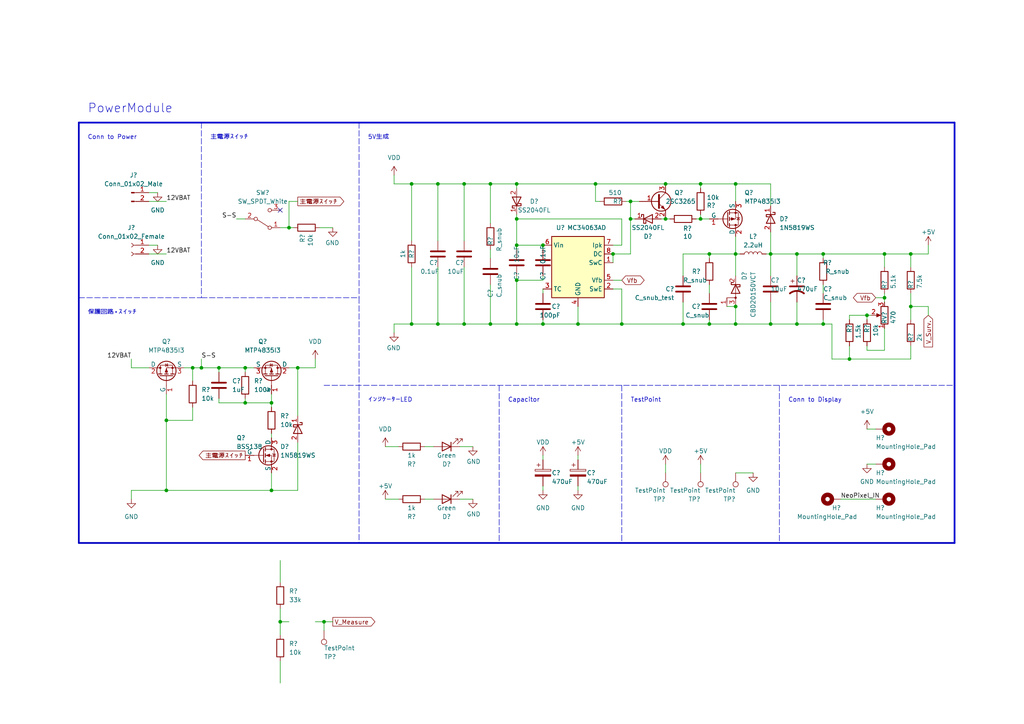
<source format=kicad_sch>
(kicad_sch (version 20211123) (generator eeschema)
  (paper "A4")
  (lib_symbols
    (symbol "Connector:Conn_01x02_Female" (pin_names (offset 1.016) hide)
      (property "Reference" "J" (at 0 2.54 0))
      (property "Value" "Conn_01x02_Female" (at 0 -5.08 0))
      (symbol "Conn_01x02_Female_1_1"
        (arc (start 0 -2.032) (mid -0.508 -2.54) (end 0 -3.048) (stroke (width 0.1524)))
        (polyline (pts (xy -1.27 -2.54) (xy -0.508 -2.54)) (stroke (width 0.1524)))
        (polyline (pts (xy -1.27 0) (xy -0.508 0)) (stroke (width 0.1524)))
        (arc (start 0 0.508) (mid -0.508 0) (end 0 -0.508) (stroke (width 0.1524)))
        (pin passive line (at -5.08 0 0) (length 3.81) (name "Pin_1") (number "1"))
        (pin passive line (at -5.08 -2.54 0) (length 3.81) (name "Pin_2") (number "2"))
      )
    )
    (symbol "Connector:Conn_01x02_Male" (pin_names (offset 1.016) hide)
      (property "Reference" "J" (at 0 2.54 0))
      (property "Value" "Conn_01x02_Male" (at 0 -5.08 0))
      (symbol "Conn_01x02_Male_1_1"
        (polyline (pts (xy 1.27 -2.54) (xy 0.8636 -2.54)) (stroke (width 0.1524)))
        (polyline (pts (xy 1.27 0) (xy 0.8636 0)) (stroke (width 0.1524)))
        (rectangle (start 0.8636 -2.413) (end 0 -2.667) (stroke (width 0.1524)) (fill (type outline)))
        (rectangle (start 0.8636 0.127) (end 0 -0.127) (stroke (width 0.1524)) (fill (type outline)))
        (pin passive line (at 5.08 0 180) (length 3.81) (name "Pin_1") (number "1"))
        (pin passive line (at 5.08 -2.54 180) (length 3.81) (name "Pin_2") (number "2"))
      )
    )
    (symbol "Connector:TestPoint" (pin_numbers hide) (pin_names (offset 0.762) hide)
      (property "Reference" "TP" (at 0 6.858 0))
      (property "Value" "TestPoint" (at 0 5.08 0))
      (symbol "TestPoint_0_1"
        (circle (center 0 3.302) (radius 0.762))
      )
      (symbol "TestPoint_1_1"
        (pin passive line (at 0 0 90) (length 2.54) (name "1") (number "1"))
      )
    )
    (symbol "D_Schottky_1" (pin_names (offset 1.016) hide)
      (property "Reference" "D" (at 0 2.54 0))
      (property "Value" "D_Schottky_1" (at 0 -2.54 0))
      (symbol "D_Schottky_1_0_1"
        (polyline (pts (xy 1.27 0) (xy -1.27 0)))
        (polyline (pts (xy 1.27 1.27) (xy 1.27 -1.27) (xy -1.27 0) (xy 1.27 1.27)) (stroke (width 0.254)))
        (polyline (pts (xy -1.905 0.635) (xy -1.905 1.27) (xy -1.27 1.27) (xy -1.27 -1.27) (xy -0.635 -1.27) (xy -0.635 -0.635)) (stroke (width 0.254)))
      )
      (symbol "D_Schottky_1_1_1"
        (pin passive line (at -3.81 0 0) (length 2.54) (name "K") (number "1"))
        (pin passive line (at 3.81 0 180) (length 2.54) (name "A") (number "2"))
      )
    )
    (symbol "Device:C" (pin_numbers hide) (pin_names (offset 0.254))
      (property "Reference" "C" (at 0.635 2.54 0))
      (property "Value" "C" (at 0.635 -2.54 0))
      (symbol "C_0_1"
        (polyline (pts (xy -2.032 -0.762) (xy 2.032 -0.762)) (stroke (width 0.508)))
        (polyline (pts (xy -2.032 0.762) (xy 2.032 0.762)) (stroke (width 0.508)))
      )
      (symbol "C_1_1"
        (pin passive line (at 0 3.81 270) (length 2.794) (name "~") (number "1"))
        (pin passive line (at 0 -3.81 90) (length 2.794) (name "~") (number "2"))
      )
    )
    (symbol "Device:C_Polarized" (pin_numbers hide) (pin_names (offset 0.254))
      (property "Reference" "C" (at 0.635 2.54 0))
      (property "Value" "C_Polarized" (at 0.635 -2.54 0))
      (symbol "C_Polarized_0_1"
        (rectangle (start -2.286 0.508) (end 2.286 1.016))
        (polyline (pts (xy -1.778 2.286) (xy -0.762 2.286)))
        (polyline (pts (xy -1.27 2.794) (xy -1.27 1.778)))
        (rectangle (start 2.286 -0.508) (end -2.286 -1.016) (fill (type outline)))
      )
      (symbol "C_Polarized_1_1"
        (pin passive line (at 0 3.81 270) (length 2.794) (name "~") (number "1"))
        (pin passive line (at 0 -3.81 90) (length 2.794) (name "~") (number "2"))
      )
    )
    (symbol "Device:C_Polarized_US" (pin_numbers hide) (pin_names (offset 0.254) hide)
      (property "Reference" "C" (at 0.635 2.54 0))
      (property "Value" "C_Polarized_US" (at 0.635 -2.54 0))
      (symbol "C_Polarized_US_0_1"
        (polyline (pts (xy -2.032 0.762) (xy 2.032 0.762)) (stroke (width 0.508)))
        (polyline (pts (xy -1.778 2.286) (xy -0.762 2.286)))
        (polyline (pts (xy -1.27 1.778) (xy -1.27 2.794)))
        (arc (start 2.032 -1.27) (mid 0 -0.5572) (end -2.032 -1.27) (stroke (width 0.508)))
      )
      (symbol "C_Polarized_US_1_1"
        (pin passive line (at 0 3.81 270) (length 2.794) (name "~") (number "1"))
        (pin passive line (at 0 -3.81 90) (length 3.302) (name "~") (number "2"))
      )
    )
    (symbol "Device:D_Schottky" (pin_names (offset 1.016) hide)
      (property "Reference" "D" (at 0 2.54 0))
      (property "Value" "D_Schottky" (at 0 -2.54 0))
      (symbol "D_Schottky_0_1"
        (polyline (pts (xy 1.27 0) (xy -1.27 0)))
        (polyline (pts (xy 1.27 1.27) (xy 1.27 -1.27) (xy -1.27 0) (xy 1.27 1.27)) (stroke (width 0.254)))
        (polyline (pts (xy -1.905 0.635) (xy -1.905 1.27) (xy -1.27 1.27) (xy -1.27 -1.27) (xy -0.635 -1.27) (xy -0.635 -0.635)) (stroke (width 0.254)))
      )
      (symbol "D_Schottky_1_1"
        (pin passive line (at -3.81 0 0) (length 2.54) (name "K") (number "1"))
        (pin passive line (at 3.81 0 180) (length 2.54) (name "A") (number "2"))
      )
    )
    (symbol "Device:D_Schottky_AKA" (pin_names (offset 0) hide)
      (property "Reference" "D" (at 0 2.54 0))
      (property "Value" "D_Schottky_AKA" (at 0 -2.54 0))
      (symbol "D_Schottky_AKA_0_1"
        (polyline (pts (xy 1.27 1.27) (xy 1.27 -1.27) (xy -1.27 0) (xy 1.27 1.27)) (stroke (width 0.254)))
        (polyline (pts (xy 3.81 2.54) (xy 2.54 2.54) (xy 2.54 0) (xy -1.27 0)))
        (polyline (pts (xy -1.905 0.635) (xy -1.905 1.27) (xy -1.27 1.27) (xy -1.27 -1.27) (xy -0.635 -1.27) (xy -0.635 -0.635)) (stroke (width 0.254)))
        (circle (center 2.54 0) (radius 0.254) (fill (type outline)))
      )
      (symbol "D_Schottky_AKA_1_1"
        (pin input line (at 5.08 2.54 180) (length 2.54) (name "A") (number "1"))
        (pin passive line (at -3.81 0 0) (length 2.54) (name "K") (number "2"))
        (pin passive line (at 5.08 0 180) (length 2.54) (name "A") (number "3"))
      )
    )
    (symbol "Device:L" (pin_numbers hide) (pin_names (offset 1.016) hide)
      (property "Reference" "L" (at -1.27 0 90))
      (property "Value" "L" (at 1.905 0 90))
      (symbol "L_0_1"
        (arc (start 0 -2.54) (mid 0.635 -1.905) (end 0 -1.27))
        (arc (start 0 -1.27) (mid 0.635 -0.635) (end 0 0))
        (arc (start 0 0) (mid 0.635 0.635) (end 0 1.27))
        (arc (start 0 1.27) (mid 0.635 1.905) (end 0 2.54))
      )
      (symbol "L_1_1"
        (pin passive line (at 0 3.81 270) (length 1.27) (name "1") (number "1"))
        (pin passive line (at 0 -3.81 90) (length 1.27) (name "2") (number "2"))
      )
    )
    (symbol "Device:LED" (pin_numbers hide) (pin_names (offset 1.016) hide)
      (property "Reference" "D" (at 0 2.54 0))
      (property "Value" "LED" (at 0 -2.54 0))
      (symbol "LED_0_1"
        (polyline (pts (xy -1.27 -1.27) (xy -1.27 1.27)) (stroke (width 0.254)))
        (polyline (pts (xy -1.27 0) (xy 1.27 0)))
        (polyline (pts (xy 1.27 -1.27) (xy 1.27 1.27) (xy -1.27 0) (xy 1.27 -1.27)) (stroke (width 0.254)))
        (polyline (pts (xy -3.048 -0.762) (xy -4.572 -2.286) (xy -3.81 -2.286) (xy -4.572 -2.286) (xy -4.572 -1.524)))
        (polyline (pts (xy -1.778 -0.762) (xy -3.302 -2.286) (xy -2.54 -2.286) (xy -3.302 -2.286) (xy -3.302 -1.524)))
      )
      (symbol "LED_1_1"
        (pin passive line (at -3.81 0 0) (length 2.54) (name "K") (number "1"))
        (pin passive line (at 3.81 0 180) (length 2.54) (name "A") (number "2"))
      )
    )
    (symbol "Device:Q_NPN_BEC" (pin_names (offset 0) hide)
      (property "Reference" "Q" (at 5.08 1.27 0))
      (property "Value" "Q_NPN_BEC" (at 5.08 -1.27 0))
      (symbol "Q_NPN_BEC_0_1"
        (polyline (pts (xy 0.635 0.635) (xy 2.54 2.54)))
        (polyline (pts (xy 0.635 -0.635) (xy 2.54 -2.54) (xy 2.54 -2.54)))
        (polyline (pts (xy 0.635 1.905) (xy 0.635 -1.905) (xy 0.635 -1.905)) (stroke (width 0.508)))
        (polyline (pts (xy 1.27 -1.778) (xy 1.778 -1.27) (xy 2.286 -2.286) (xy 1.27 -1.778) (xy 1.27 -1.778)) (fill (type outline)))
        (circle (center 1.27 0) (radius 2.8194) (stroke (width 0.254)))
      )
      (symbol "Q_NPN_BEC_1_1"
        (pin input line (at -5.08 0 0) (length 5.715) (name "B") (number "1"))
        (pin passive line (at 2.54 -5.08 90) (length 2.54) (name "E") (number "2"))
        (pin passive line (at 2.54 5.08 270) (length 2.54) (name "C") (number "3"))
      )
    )
    (symbol "Device:Q_PMOS_GDS" (pin_names (offset 0))
      (property "Reference" "Q" (at 5.08 1.27 0))
      (property "Value" "Q_PMOS_GDS" (at 5.08 -1.27 0))
      (symbol "Q_PMOS_GDS_0_1"
        (polyline (pts (xy 0.254 0) (xy -2.54 0)))
        (polyline (pts (xy 0.254 1.905) (xy 0.254 -1.905)) (stroke (width 0.254)))
        (polyline (pts (xy 0.762 -1.27) (xy 0.762 -2.286)) (stroke (width 0.254)))
        (polyline (pts (xy 0.762 0.508) (xy 0.762 -0.508)) (stroke (width 0.254)))
        (polyline (pts (xy 0.762 2.286) (xy 0.762 1.27)) (stroke (width 0.254)))
        (polyline (pts (xy 2.54 2.54) (xy 2.54 1.778)))
        (polyline (pts (xy 2.54 -2.54) (xy 2.54 0) (xy 0.762 0)))
        (polyline (pts (xy 0.762 1.778) (xy 3.302 1.778) (xy 3.302 -1.778) (xy 0.762 -1.778)))
        (polyline (pts (xy 2.286 0) (xy 1.27 0.381) (xy 1.27 -0.381) (xy 2.286 0)) (fill (type outline)))
        (polyline (pts (xy 2.794 -0.508) (xy 2.921 -0.381) (xy 3.683 -0.381) (xy 3.81 -0.254)))
        (polyline (pts (xy 3.302 -0.381) (xy 2.921 0.254) (xy 3.683 0.254) (xy 3.302 -0.381)))
        (circle (center 1.651 0) (radius 2.794) (stroke (width 0.254)))
        (circle (center 2.54 -1.778) (radius 0.254) (fill (type outline)))
        (circle (center 2.54 1.778) (radius 0.254) (fill (type outline)))
      )
      (symbol "Q_PMOS_GDS_1_1"
        (pin input line (at -5.08 0 0) (length 2.54) (name "G") (number "1"))
        (pin passive line (at 2.54 5.08 270) (length 2.54) (name "D") (number "2"))
        (pin passive line (at 2.54 -5.08 90) (length 2.54) (name "S") (number "3"))
      )
    )
    (symbol "Device:R" (pin_numbers hide) (pin_names (offset 0))
      (property "Reference" "R" (at 2.032 0 90))
      (property "Value" "R" (at 0 0 90))
      (symbol "R_0_1"
        (rectangle (start -1.016 -2.54) (end 1.016 2.54) (stroke (width 0.254)))
      )
      (symbol "R_1_1"
        (pin passive line (at 0 3.81 270) (length 1.27) (name "~") (number "1"))
        (pin passive line (at 0 -3.81 90) (length 1.27) (name "~") (number "2"))
      )
    )
    (symbol "Device:R_Potentiometer" (pin_names (offset 1.016) hide)
      (property "Reference" "RV" (at -4.445 0 90))
      (property "Value" "R_Potentiometer" (at -2.54 0 90))
      (symbol "R_Potentiometer_0_1"
        (polyline (pts (xy 2.54 0) (xy 1.524 0)))
        (polyline (pts (xy 1.143 0) (xy 2.286 0.508) (xy 2.286 -0.508) (xy 1.143 0)) (fill (type outline)))
        (rectangle (start 1.016 2.54) (end -1.016 -2.54) (stroke (width 0.254)))
      )
      (symbol "R_Potentiometer_1_1"
        (pin passive line (at 0 3.81 270) (length 1.27) (name "1") (number "1"))
        (pin passive line (at 3.81 0 180) (length 1.27) (name "2") (number "2"))
        (pin passive line (at 0 -3.81 90) (length 1.27) (name "3") (number "3"))
      )
    )
    (symbol "Mechanical:MountingHole_Pad" (pin_numbers hide) (pin_names (offset 1.016) hide)
      (property "Reference" "H" (at 0 6.35 0))
      (property "Value" "MountingHole_Pad" (at 0 4.445 0))
      (symbol "MountingHole_Pad_0_1"
        (circle (center 0 1.27) (radius 1.27) (stroke (width 1.27)))
      )
      (symbol "MountingHole_Pad_1_1"
        (pin input line (at 0 -2.54 90) (length 2.54) (name "1") (number "1"))
      )
    )
    (symbol "Q_NMOS_GSD_1" (pin_names (offset 0))
      (property "Reference" "Q" (at 5.08 1.27 0))
      (property "Value" "Q_NMOS_GSD_1" (at 5.08 -1.27 0))
      (symbol "Q_NMOS_GSD_1_0_1"
        (polyline (pts (xy 0.254 0) (xy -2.54 0)))
        (polyline (pts (xy 0.254 1.905) (xy 0.254 -1.905)) (stroke (width 0.254)))
        (polyline (pts (xy 0.762 -1.27) (xy 0.762 -2.286)) (stroke (width 0.254)))
        (polyline (pts (xy 0.762 0.508) (xy 0.762 -0.508)) (stroke (width 0.254)))
        (polyline (pts (xy 0.762 2.286) (xy 0.762 1.27)) (stroke (width 0.254)))
        (polyline (pts (xy 2.54 2.54) (xy 2.54 1.778)))
        (polyline (pts (xy 2.54 -2.54) (xy 2.54 0) (xy 0.762 0)))
        (polyline (pts (xy 0.762 -1.778) (xy 3.302 -1.778) (xy 3.302 1.778) (xy 0.762 1.778)))
        (polyline (pts (xy 1.016 0) (xy 2.032 0.381) (xy 2.032 -0.381) (xy 1.016 0)) (fill (type outline)))
        (polyline (pts (xy 2.794 0.508) (xy 2.921 0.381) (xy 3.683 0.381) (xy 3.81 0.254)))
        (polyline (pts (xy 3.302 0.381) (xy 2.921 -0.254) (xy 3.683 -0.254) (xy 3.302 0.381)))
        (circle (center 1.651 0) (radius 2.794) (stroke (width 0.254)))
        (circle (center 2.54 -1.778) (radius 0.254) (fill (type outline)))
        (circle (center 2.54 1.778) (radius 0.254) (fill (type outline)))
      )
      (symbol "Q_NMOS_GSD_1_1_1"
        (pin input line (at -5.08 0 0) (length 2.54) (name "G") (number "1"))
        (pin passive line (at 2.54 -5.08 90) (length 2.54) (name "S") (number "2"))
        (pin passive line (at 2.54 5.08 270) (length 2.54) (name "D") (number "3"))
      )
    )
    (symbol "Regulator_Switching:MC34063AD"
      (property "Reference" "U1" (at 0 12.7 0))
      (property "Value" "MC34063AD" (at 0 10.16 0))
      (symbol "MC34063AD_0_1"
        (rectangle (start -7.62 7.62) (end 7.62 -10.16) (stroke (width 0.254)) (fill (type background)))
      )
      (symbol "MC34063AD_1_1"
        (pin open_collector line (at 10.16 0 180) (length 2.54) (name "SwC") (number "1"))
        (pin open_emitter line (at 10.16 -7.62 180) (length 2.54) (name "SwE") (number "2"))
        (pin passive line (at -10.16 -7.62 0) (length 2.54) (name "TC") (number "3"))
        (pin power_in line (at 0 -12.7 90) (length 2.54) (name "GND") (number "4"))
        (pin input line (at 10.16 -5.08 180) (length 2.54) (name "Vfb") (number "5"))
        (pin power_in line (at -10.16 5.08 0) (length 2.54) (name "Vin") (number "6"))
        (pin input line (at 10.16 5.08 180) (length 2.54) (name "Ipk") (number "7"))
        (pin open_collector line (at 10.16 2.54 180) (length 2.54) (name "DC") (number "8"))
      )
    )
    (symbol "Switch:SW_SPDT" (pin_names (offset 0) hide)
      (property "Reference" "SW" (at 0 4.318 0))
      (property "Value" "SW_SPDT" (at 0 -5.08 0))
      (symbol "SW_SPDT_0_0"
        (circle (center -2.032 0) (radius 0.508))
        (circle (center 2.032 -2.54) (radius 0.508))
      )
      (symbol "SW_SPDT_0_1"
        (polyline (pts (xy -1.524 0.254) (xy 1.651 2.286)))
        (circle (center 2.032 2.54) (radius 0.508))
      )
      (symbol "SW_SPDT_1_1"
        (pin passive line (at 5.08 2.54 180) (length 2.54) (name "A") (number "1"))
        (pin passive line (at -5.08 0 0) (length 2.54) (name "B") (number "2"))
        (pin passive line (at 5.08 -2.54 180) (length 2.54) (name "C") (number "3"))
      )
    )
    (symbol "power:+5V" (power) (pin_names (offset 0))
      (property "Value" "+5V" (at 0 3.556 0))
      (symbol "+5V_0_1"
        (polyline (pts (xy -0.762 1.27) (xy 0 2.54)))
        (polyline (pts (xy 0 0) (xy 0 2.54)))
        (polyline (pts (xy 0 2.54) (xy 0.762 1.27)))
      )
      (symbol "+5V_1_1"
        (pin power_in line (at 0 0 90) (length 0) hide (name "+5V") (number "1"))
      )
    )
    (symbol "power:GND" (power) (pin_names (offset 0))
      (property "Value" "GND" (at 0 -3.81 0))
      (symbol "GND_0_1"
        (polyline (pts (xy 0 0) (xy 0 -1.27) (xy 1.27 -1.27) (xy 0 -2.54) (xy -1.27 -1.27) (xy 0 -1.27)))
      )
      (symbol "GND_1_1"
        (pin power_in line (at 0 0 270) (length 0) hide (name "GND") (number "1"))
      )
    )
    (symbol "power:VDD" (power) (pin_names (offset 0))
      (property "Value" "VDD" (at 0 3.81 0))
      (symbol "VDD_0_1"
        (polyline (pts (xy -0.762 1.27) (xy 0 2.54)))
        (polyline (pts (xy 0 0) (xy 0 2.54)))
        (polyline (pts (xy 0 2.54) (xy 0.762 1.27)))
      )
      (symbol "VDD_1_1"
        (pin power_in line (at 0 0 90) (length 0) hide (name "VDD") (number "1"))
      )
    )
  )
  (junction (at 180.34 93.98))
  (junction (at 223.52 93.98))
  (junction (at 264.16 73.66))
  (junction (at 149.86 71.12))
  (junction (at 127 53.34))
  (junction (at 78.74 142.24))
  (junction (at 93.98 180.34))
  (junction (at 142.24 53.34))
  (junction (at 231.14 93.98))
  (junction (at 205.74 73.66))
  (junction (at 203.2 53.34))
  (junction (at 198.12 93.98))
  (junction (at 256.54 73.66))
  (junction (at 149.86 63.5))
  (junction (at 149.86 53.34))
  (junction (at 246.38 104.14))
  (junction (at 149.86 81.28))
  (junction (at 157.48 93.98))
  (junction (at 213.36 93.98))
  (junction (at 256.54 86.36))
  (junction (at 134.62 93.98))
  (junction (at 78.74 116.84))
  (junction (at 238.76 73.66))
  (junction (at 177.8 73.66))
  (junction (at 55.88 106.68))
  (junction (at 182.88 63.5))
  (junction (at 71.12 116.84))
  (junction (at 142.24 93.98))
  (junction (at 149.86 93.98))
  (junction (at 119.38 93.98))
  (junction (at 83.82 66.04))
  (junction (at 63.5 106.68))
  (junction (at 71.12 106.68))
  (junction (at 48.26 121.92))
  (junction (at 264.16 88.9))
  (junction (at 86.36 106.68))
  (junction (at 223.52 73.66))
  (junction (at 58.42 106.68))
  (junction (at 193.04 53.34))
  (junction (at 81.28 180.34))
  (junction (at 251.46 91.44))
  (junction (at 48.26 142.24))
  (junction (at 205.74 93.98))
  (junction (at 167.64 93.98))
  (junction (at 213.36 88.9))
  (junction (at 193.04 63.5))
  (junction (at 213.36 73.66))
  (junction (at 213.36 53.34))
  (junction (at 134.62 53.34))
  (junction (at 157.48 71.12))
  (junction (at 172.72 53.34))
  (junction (at 182.88 58.42))
  (junction (at 203.2 63.5))
  (junction (at 119.38 53.34))
  (junction (at 231.14 73.66))
  (junction (at 127 93.98))
  (junction (at 238.76 93.98))
  (no_connect (at 81.28 60.96))
  (wire (pts (xy 264.16 85.09) (xy 264.16 88.9)))
  (wire (pts (xy 111.76 144.78) (xy 115.57 144.78)))
  (wire (pts (xy 55.88 106.68) (xy 55.88 110.49)))
  (wire (pts (xy 127 53.34) (xy 127 69.85)))
  (wire (pts (xy 264.16 100.33) (xy 264.16 104.14)))
  (wire (pts (xy 251.46 101.6) (xy 251.46 100.33)))
  (wire (pts (xy 205.74 73.66) (xy 213.36 73.66)))
  (wire (pts (xy 167.64 132.08) (xy 167.64 133.35)))
  (wire (pts (xy 78.74 137.16) (xy 78.74 142.24)))
  (wire (pts (xy 149.86 53.34) (xy 172.72 53.34)))
  (wire (pts (xy 203.2 134.62) (xy 203.2 137.16)))
  (wire (pts (xy 251.46 91.44) (xy 252.73 91.44)))
  (wire (pts (xy 149.86 71.12) (xy 157.48 71.12)))
  (wire (pts (xy 123.19 129.54) (xy 125.73 129.54)))
  (wire (pts (xy 205.74 82.55) (xy 205.74 85.09)))
  (wire (pts (xy 177.8 81.28) (xy 180.34 81.28)))
  (wire (pts (xy 223.52 73.66) (xy 223.52 80.01)))
  (wire (pts (xy 43.18 55.88) (xy 45.72 55.88)))
  (wire (pts (xy 48.26 121.92) (xy 48.26 142.24)))
  (wire (pts (xy 238.76 74.93) (xy 238.76 73.66)))
  (wire (pts (xy 114.3 53.34) (xy 119.38 53.34)))
  (wire (pts (xy 203.2 53.34) (xy 203.2 54.61)))
  (wire (pts (xy 251.46 91.44) (xy 251.46 92.71)))
  (wire (pts (xy 119.38 53.34) (xy 127 53.34)))
  (wire (pts (xy 63.5 116.84) (xy 71.12 116.84)))
  (wire (pts (xy 198.12 87.63) (xy 198.12 93.98)))
  (wire (pts (xy 142.24 82.55) (xy 142.24 93.98)))
  (wire (pts (xy 256.54 73.66) (xy 264.16 73.66)))
  (polyline (pts (xy 104.14 35.56) (xy 104.14 86.36)))
  (wire (pts (xy 243.84 144.78) (xy 254 144.78)))
  (wire (pts (xy 55.88 106.68) (xy 58.42 106.68)))
  (wire (pts (xy 223.52 53.34) (xy 213.36 53.34)))
  (wire (pts (xy 119.38 93.98) (xy 127 93.98)))
  (wire (pts (xy 157.48 140.97) (xy 157.48 142.24)))
  (wire (pts (xy 246.38 91.44) (xy 251.46 91.44)))
  (wire (pts (xy 246.38 104.14) (xy 241.3 104.14)))
  (wire (pts (xy 71.12 115.57) (xy 71.12 116.84)))
  (wire (pts (xy 210.82 88.9) (xy 213.36 88.9)))
  (wire (pts (xy 157.48 132.08) (xy 157.48 133.35)))
  (wire (pts (xy 55.88 121.92) (xy 48.26 121.92)))
  (wire (pts (xy 251.46 134.62) (xy 254 134.62)))
  (wire (pts (xy 127 53.34) (xy 134.62 53.34)))
  (wire (pts (xy 251.46 124.46) (xy 254 124.46)))
  (wire (pts (xy 43.18 73.66) (xy 48.26 73.66)))
  (wire (pts (xy 78.74 125.73) (xy 78.74 127)))
  (wire (pts (xy 205.74 92.71) (xy 205.74 93.98)))
  (polyline (pts (xy 22.86 86.36) (xy 58.42 86.36)))
  (wire (pts (xy 157.48 72.39) (xy 157.48 71.12)))
  (wire (pts (xy 231.14 73.66) (xy 231.14 80.01)))
  (wire (pts (xy 193.04 63.5) (xy 194.31 63.5)))
  (wire (pts (xy 213.36 93.98) (xy 213.36 88.9)))
  (wire (pts (xy 223.52 59.69) (xy 223.52 53.34)))
  (wire (pts (xy 213.36 93.98) (xy 223.52 93.98)))
  (wire (pts (xy 58.42 104.14) (xy 58.42 106.68)))
  (wire (pts (xy 238.76 93.98) (xy 241.3 93.98)))
  (polyline (pts (xy 226.06 111.76) (xy 226.06 157.48)))
  (wire (pts (xy 172.72 53.34) (xy 172.72 58.42)))
  (wire (pts (xy 78.74 142.24) (xy 86.36 142.24)))
  (wire (pts (xy 149.86 63.5) (xy 180.34 63.5)))
  (wire (pts (xy 205.74 74.93) (xy 205.74 73.66)))
  (wire (pts (xy 172.72 53.34) (xy 193.04 53.34)))
  (wire (pts (xy 83.82 66.04) (xy 85.09 66.04)))
  (polyline (pts (xy 58.42 35.56) (xy 58.42 86.36)))
  (wire (pts (xy 142.24 93.98) (xy 149.86 93.98)))
  (wire (pts (xy 71.12 106.68) (xy 73.66 106.68)))
  (wire (pts (xy 55.88 118.11) (xy 55.88 121.92)))
  (wire (pts (xy 246.38 100.33) (xy 246.38 104.14)))
  (wire (pts (xy 133.35 129.54) (xy 137.16 129.54)))
  (wire (pts (xy 201.93 63.5) (xy 203.2 63.5)))
  (wire (pts (xy 269.24 71.12) (xy 269.24 73.66)))
  (polyline (pts (xy 276.86 157.48) (xy 22.86 157.48)) (stroke (width 0.5) (type solid)))
  (wire (pts (xy 213.36 53.34) (xy 213.36 58.42)))
  (wire (pts (xy 86.36 106.68) (xy 86.36 120.65)))
  (wire (pts (xy 134.62 53.34) (xy 142.24 53.34)))
  (wire (pts (xy 231.14 73.66) (xy 238.76 73.66)))
  (polyline (pts (xy 22.86 157.48) (xy 22.86 35.56)) (stroke (width 0.5) (type solid)))
  (wire (pts (xy 223.52 93.98) (xy 231.14 93.98)))
  (wire (pts (xy 58.42 106.68) (xy 63.5 106.68)))
  (wire (pts (xy 157.48 80.01) (xy 157.48 81.28)))
  (wire (pts (xy 180.34 83.82) (xy 180.34 93.98)))
  (wire (pts (xy 93.98 180.34) (xy 96.52 180.34)))
  (wire (pts (xy 43.18 71.12) (xy 45.72 71.12)))
  (wire (pts (xy 149.86 81.28) (xy 157.48 81.28)))
  (wire (pts (xy 111.76 129.54) (xy 115.57 129.54)))
  (wire (pts (xy 222.25 73.66) (xy 223.52 73.66)))
  (wire (pts (xy 167.64 88.9) (xy 167.64 93.98)))
  (wire (pts (xy 114.3 93.98) (xy 119.38 93.98)))
  (wire (pts (xy 238.76 73.66) (xy 256.54 73.66)))
  (wire (pts (xy 256.54 101.6) (xy 251.46 101.6)))
  (wire (pts (xy 86.36 128.27) (xy 86.36 142.24)))
  (polyline (pts (xy 180.34 111.76) (xy 180.34 157.48)))
  (wire (pts (xy 182.88 58.42) (xy 182.88 63.5)))
  (wire (pts (xy 123.19 144.78) (xy 125.73 144.78)))
  (wire (pts (xy 157.48 93.98) (xy 167.64 93.98)))
  (wire (pts (xy 182.88 58.42) (xy 185.42 58.42)))
  (wire (pts (xy 167.64 140.97) (xy 167.64 142.24)))
  (wire (pts (xy 81.28 66.04) (xy 83.82 66.04)))
  (wire (pts (xy 149.86 71.12) (xy 149.86 72.39)))
  (wire (pts (xy 149.86 62.23) (xy 149.86 63.5)))
  (wire (pts (xy 78.74 116.84) (xy 78.74 118.11)))
  (wire (pts (xy 142.24 53.34) (xy 142.24 64.77)))
  (wire (pts (xy 149.86 53.34) (xy 149.86 54.61)))
  (wire (pts (xy 93.98 182.88) (xy 93.98 180.34)))
  (polyline (pts (xy 93.98 111.76) (xy 276.86 111.76)))
  (wire (pts (xy 48.26 142.24) (xy 38.1 142.24)))
  (wire (pts (xy 86.36 58.42) (xy 83.82 58.42)))
  (wire (pts (xy 205.74 63.5) (xy 203.2 63.5)))
  (wire (pts (xy 142.24 53.34) (xy 149.86 53.34)))
  (polyline (pts (xy 276.86 35.56) (xy 276.86 157.48)) (stroke (width 0.5) (type solid)))
  (wire (pts (xy 177.8 76.2) (xy 177.8 73.66)))
  (wire (pts (xy 193.04 134.62) (xy 193.04 137.16)))
  (wire (pts (xy 81.28 191.77) (xy 81.28 198.12)))
  (wire (pts (xy 63.5 106.68) (xy 71.12 106.68)))
  (wire (pts (xy 213.36 137.16) (xy 218.44 137.16)))
  (wire (pts (xy 149.86 81.28) (xy 149.86 80.01)))
  (polyline (pts (xy 58.42 86.36) (xy 104.14 86.36)))
  (wire (pts (xy 149.86 63.5) (xy 149.86 71.12)))
  (wire (pts (xy 205.74 93.98) (xy 213.36 93.98)))
  (wire (pts (xy 134.62 53.34) (xy 134.62 69.85)))
  (wire (pts (xy 264.16 104.14) (xy 246.38 104.14)))
  (wire (pts (xy 78.74 114.3) (xy 78.74 116.84)))
  (wire (pts (xy 114.3 93.98) (xy 114.3 96.52)))
  (wire (pts (xy 264.16 88.9) (xy 269.24 88.9)))
  (wire (pts (xy 127 77.47) (xy 127 93.98)))
  (wire (pts (xy 182.88 63.5) (xy 182.88 73.66)))
  (wire (pts (xy 264.16 88.9) (xy 264.16 92.71)))
  (wire (pts (xy 133.35 144.78) (xy 137.16 144.78)))
  (wire (pts (xy 198.12 80.01) (xy 198.12 73.66)))
  (wire (pts (xy 231.14 93.98) (xy 231.14 87.63)))
  (polyline (pts (xy 22.86 35.56) (xy 276.86 35.56)) (stroke (width 0.5) (type solid)))
  (wire (pts (xy 223.52 73.66) (xy 231.14 73.66)))
  (wire (pts (xy 269.24 88.9) (xy 269.24 91.44)))
  (wire (pts (xy 213.36 73.66) (xy 214.63 73.66)))
  (wire (pts (xy 38.1 104.14) (xy 38.1 106.68)))
  (wire (pts (xy 43.18 58.42) (xy 48.26 58.42)))
  (wire (pts (xy 48.26 114.3) (xy 48.26 121.92)))
  (wire (pts (xy 203.2 53.34) (xy 213.36 53.34)))
  (wire (pts (xy 182.88 63.5) (xy 184.15 63.5)))
  (wire (pts (xy 198.12 73.66) (xy 205.74 73.66)))
  (wire (pts (xy 149.86 81.28) (xy 149.86 93.98)))
  (wire (pts (xy 182.88 73.66) (xy 177.8 73.66)))
  (wire (pts (xy 149.86 93.98) (xy 157.48 93.98)))
  (wire (pts (xy 48.26 142.24) (xy 78.74 142.24)))
  (wire (pts (xy 119.38 77.47) (xy 119.38 93.98)))
  (wire (pts (xy 71.12 116.84) (xy 78.74 116.84)))
  (wire (pts (xy 157.48 83.82) (xy 157.48 85.09)))
  (wire (pts (xy 241.3 104.14) (xy 241.3 93.98)))
  (wire (pts (xy 264.16 73.66) (xy 269.24 73.66)))
  (wire (pts (xy 256.54 86.36) (xy 254 86.36)))
  (wire (pts (xy 119.38 53.34) (xy 119.38 69.85)))
  (wire (pts (xy 142.24 72.39) (xy 142.24 74.93)))
  (wire (pts (xy 38.1 142.24) (xy 38.1 144.78)))
  (wire (pts (xy 256.54 86.36) (xy 256.54 87.63)))
  (wire (pts (xy 134.62 77.47) (xy 134.62 93.98)))
  (wire (pts (xy 172.72 58.42) (xy 173.99 58.42)))
  (wire (pts (xy 256.54 95.25) (xy 256.54 101.6)))
  (wire (pts (xy 38.1 106.68) (xy 43.18 106.68)))
  (wire (pts (xy 114.3 50.8) (xy 114.3 53.34)))
  (polyline (pts (xy 144.78 111.76) (xy 144.78 157.48)))
  (wire (pts (xy 256.54 85.09) (xy 256.54 86.36)))
  (wire (pts (xy 127 93.98) (xy 134.62 93.98)))
  (wire (pts (xy 191.77 63.5) (xy 193.04 63.5)))
  (wire (pts (xy 134.62 93.98) (xy 142.24 93.98)))
  (wire (pts (xy 92.71 66.04) (xy 96.52 66.04)))
  (wire (pts (xy 86.36 106.68) (xy 91.44 106.68)))
  (wire (pts (xy 81.28 176.53) (xy 81.28 180.34)))
  (wire (pts (xy 68.58 63.5) (xy 71.12 63.5)))
  (wire (pts (xy 213.36 68.58) (xy 213.36 73.66)))
  (wire (pts (xy 53.34 106.68) (xy 55.88 106.68)))
  (wire (pts (xy 71.12 106.68) (xy 71.12 107.95)))
  (wire (pts (xy 238.76 92.71) (xy 238.76 93.98)))
  (wire (pts (xy 91.44 180.34) (xy 93.98 180.34)))
  (wire (pts (xy 264.16 73.66) (xy 264.16 77.47)))
  (wire (pts (xy 81.28 162.56) (xy 81.28 168.91)))
  (wire (pts (xy 83.82 106.68) (xy 86.36 106.68)))
  (wire (pts (xy 223.52 87.63) (xy 223.52 93.98)))
  (wire (pts (xy 231.14 93.98) (xy 238.76 93.98)))
  (wire (pts (xy 180.34 93.98) (xy 167.64 93.98)))
  (wire (pts (xy 157.48 92.71) (xy 157.48 93.98)))
  (wire (pts (xy 81.28 180.34) (xy 83.82 180.34)))
  (wire (pts (xy 181.61 58.42) (xy 182.88 58.42)))
  (wire (pts (xy 193.04 53.34) (xy 203.2 53.34)))
  (wire (pts (xy 203.2 62.23) (xy 203.2 63.5)))
  (wire (pts (xy 238.76 82.55) (xy 238.76 85.09)))
  (wire (pts (xy 198.12 93.98) (xy 205.74 93.98)))
  (wire (pts (xy 91.44 104.14) (xy 91.44 106.68)))
  (wire (pts (xy 180.34 71.12) (xy 180.34 63.5)))
  (wire (pts (xy 63.5 115.57) (xy 63.5 116.84)))
  (wire (pts (xy 246.38 91.44) (xy 246.38 92.71)))
  (polyline (pts (xy 104.14 86.36) (xy 104.14 157.48)))
  (wire (pts (xy 180.34 93.98) (xy 198.12 93.98)))
  (wire (pts (xy 180.34 71.12) (xy 177.8 71.12)))
  (wire (pts (xy 63.5 106.68) (xy 63.5 107.95)))
  (wire (pts (xy 83.82 58.42) (xy 83.82 66.04)))
  (wire (pts (xy 213.36 73.66) (xy 213.36 80.01)))
  (wire (pts (xy 223.52 67.31) (xy 223.52 73.66)))
  (wire (pts (xy 256.54 77.47) (xy 256.54 73.66)))
  (wire (pts (xy 81.28 180.34) (xy 81.28 184.15)))
  (wire (pts (xy 177.8 83.82) (xy 180.34 83.82)))
  (text "Capacitor" (at 147.32 116.84 0) (effects (font (size 1.27 1.27)) (justify left bottom)))
  (text "保護回路・スイッチ" (at 25.4 91.44 0) (effects (font (size 1.27 1.27)) (justify left bottom)))
  (text "5V生成" (at 106.68 40.64 0) (effects (font (size 1.27 1.27)) (justify left bottom)))
  (text "Conn to Display" (at 228.6 116.84 0) (effects (font (size 1.27 1.27)) (justify left bottom)))
  (text "主電源スイッチ" (at 60.96 40.64 0) (effects (font (size 1.27 1.27)) (justify left bottom)))
  (text "TestPoint" (at 182.88 116.84 0) (effects (font (size 1.27 1.27)) (justify left bottom)))
  (text "インジケーターLED" (at 106.68 116.84 0) (effects (font (size 1.27 1.27)) (justify left bottom)))
  (text "Conn to Power" (at 25.4 40.64 0) (effects (font (size 1.27 1.27)) (justify left bottom)))
  (text "PowerModule" (at 25.4 33.02 0) (effects (font (size 2.54 2.54)) (justify left bottom)))
  (label "12VBAT" (at 48.26 58.42 0))
  (label "S-S" (at 68.58 63.5 180))
  (label "12VBAT" (at 38.1 104.14 180))
  (label "S-S" (at 58.42 104.14 0))
  (label "12VBAT" (at 48.26 73.66 0))
  (label "NeoPixel_IN" (at 243.84 144.78 0))
  (global_label "主電源スイッチ" (shape output) (at 86.36 58.42 0) (property "Intersheet References" "${INTERSHEET_REFS}" (effects hide)))
  (global_label "Vfb" (shape bidirectional) (at 180.34 81.28 0) (property "Intersheet References" "${INTERSHEET_REFS}" (effects hide)))
  (global_label "Vfb" (shape bidirectional) (at 254 86.36 180) (property "Intersheet References" "${INTERSHEET_REFS}" (effects hide)))
  (global_label "V_Measure" (shape output) (at 96.52 180.34 0) (property "Intersheet References" "${INTERSHEET_REFS}" (effects hide)))
  (global_label "V_Surv." (shape input) (at 269.24 91.44 270) (property "Intersheet References" "${INTERSHEET_REFS}" (effects hide)))
  (global_label "主電源スイッチ" (shape output) (at 71.12 132.08 180) (property "Intersheet References" "${INTERSHEET_REFS}" (effects hide)))
  (symbol (lib_id "Regulator_Switching:MC34063AD") (at 167.64 76.2 0) (unit 1)
    (property "Reference" "U?" (at 162.56 66.04 0))
    (property "Value" "MC34063AD" (at 170.18 66.04 0))
    (property "Footprint" "Package_SO:SOIC-8_3.9x4.9mm_P1.27mm" (effects hide))
    (property "Datasheet" "http://www.onsemi.com/pub_link/Collateral/MC34063A-D.PDF" (effects hide))
  )
  (symbol (lib_id "Device:C_Polarized_US") (at 231.14 83.82 0) (unit 1)
    (property "Reference" "C?" (at 231.14 81.28 0) (effects (justify left)))
    (property "Value" "470uF" (at 231.14 83.82 0) (effects (justify left)))
    (property "Footprint" "Capacitor_THT:CP_Radial_D10.0mm_P2.50mm_P5.00mm" (effects hide))
  )
  (symbol (lib_id "power:GND") (at 137.16 144.78 0) (mirror y) (unit 1)
    (property "Reference" "#PWR?" (effects hide))
    (property "Value" "GND" (at 137.3505 149.1107 0))
  )
  (symbol (lib_id "Device:C") (at 149.86 76.2 0) (mirror y) (unit 1)
    (property "Reference" "C?" (at 149.86 81.28 90) (effects (justify left)))
    (property "Value" "10uF" (at 149.86 76.2 90) (effects (justify left)))
    (property "Footprint" "Capacitor_SMD:C_0805_2012Metric" (effects hide))
  )
  (symbol (lib_id "Device:R") (at 55.88 114.3 0) (unit 1)
    (property "Reference" "R?" (at 58.42 113.0299 0) (effects (justify left)))
    (property "Value" "10k" (at 58.42 115.5699 0) (effects (justify left)))
    (property "Footprint" "Resistor_SMD:R_0402_1005Metric" (effects hide))
  )
  (symbol (lib_id "Device:Q_PMOS_GDS") (at 210.82 63.5 0) (mirror x) (unit 1)
    (property "Reference" "Q?" (at 215.9 55.88 0) (effects (justify left)))
    (property "Value" "MTP4835I3" (at 215.9 58.42 0) (effects (justify left)))
    (property "Footprint" "Package_TO_SOT_SMD:TO-252-2" (effects hide))
  )
  (symbol (lib_id "power:VDD") (at 193.04 134.62 0) (unit 1)
    (property "Reference" "#PWR?" (effects hide))
    (property "Value" "VDD" (at 193.04 130.81 0))
  )
  (symbol (lib_id "Device:R") (at 119.38 129.54 270) (mirror x) (unit 1)
    (property "Reference" "R?" (at 119.38 134.62 90))
    (property "Value" "1k" (at 119.38 132.08 90))
    (property "Footprint" "Resistor_SMD:R_0402_1005Metric" (effects hide))
  )
  (symbol (lib_id "Device:R") (at 142.24 68.58 180) (unit 1)
    (property "Reference" "R?" (at 142.24 68.58 90) (effects (justify left)))
    (property "Value" "R_snub" (at 144.78 66.04 90) (effects (justify left)))
    (property "Footprint" "Resistor_SMD:R_0603_1608Metric" (effects hide))
  )
  (symbol (lib_id "Device:D_Schottky") (at 149.86 58.42 90) (unit 1)
    (property "Reference" "D?" (at 154.94 58.42 90))
    (property "Value" "SS2040FL" (at 154.94 60.96 90))
    (property "Footprint" "Diode_SMD:D_SOD-123" (effects hide))
  )
  (symbol (lib_id "power:GND") (at 137.16 129.54 0) (mirror y) (unit 1)
    (property "Reference" "#PWR?" (effects hide))
    (property "Value" "GND" (at 137.3505 133.8707 0))
  )
  (symbol (lib_id "power:GND") (at 45.72 55.88 0) (unit 1)
    (property "Reference" "#PWR?" (effects hide))
    (property "Value" "GND" (at 45.72 60.96 0))
  )
  (symbol (lib_id "Device:D_Schottky_AKA") (at 213.36 83.82 90) (mirror x) (unit 1)
    (property "Reference" "D?" (at 215.9 78.74 0) (effects (justify left)))
    (property "Value" "CBD20150VCT" (at 218.44 78.74 0) (effects (justify left)))
    (property "Footprint" "Package_TO_SOT_THT:TO-220-3_Horizontal_TabDown" (effects hide))
  )
  (symbol (lib_name "D_Schottky_1") (lib_id "Device:D_Schottky") (at 223.52 63.5 270) (unit 1)
    (property "Reference" "D?" (at 226.06 63.5 90) (effects (justify left)))
    (property "Value" "1N5819WS" (at 226.06 66.04 90) (effects (justify left)))
    (property "Footprint" "Diode_SMD:D_SOD-323_HandSoldering" (effects hide))
  )
  (symbol (lib_id "power:GND") (at 251.46 134.62 0) (unit 1)
    (property "Reference" "#PWR?" (effects hide))
    (property "Value" "GND" (at 251.46 139.7 0))
  )
  (symbol (lib_id "power:+5V") (at 203.2 134.62 0) (mirror y) (unit 1)
    (property "Reference" "#PWR?" (effects hide))
    (property "Value" "+5V" (at 203.2 130.81 0))
  )
  (symbol (lib_id "Device:LED") (at 129.54 129.54 180) (unit 1)
    (property "Reference" "D?" (at 129.54 134.62 0))
    (property "Value" "Green" (at 129.54 132.08 0))
    (property "Footprint" "LED_SMD:LED_0603_1608Metric_Pad1.05x0.95mm_HandSolder" (effects hide))
  )
  (symbol (lib_id "power:GND") (at 96.52 66.04 0) (mirror y) (unit 1)
    (property "Reference" "#PWR?" (effects hide))
    (property "Value" "GND" (at 96.393 70.4342 0))
  )
  (symbol (lib_id "power:GND") (at 167.64 142.24 0) (mirror y) (unit 1)
    (property "Reference" "#PWR?" (effects hide))
    (property "Value" "GND" (at 167.64 147.32 0))
  )
  (symbol (lib_id "Connector:Conn_01x02_Male") (at 38.1 55.88 0) (unit 1)
    (property "Reference" "J?" (at 38.735 50.8 0))
    (property "Value" "Conn_01x02_Male" (at 38.735 53.34 0))
    (property "Footprint" "Connector_AMASS:AMASS_XT30PW-M_1x02_P2.50mm_Horizontal" (effects hide))
  )
  (symbol (lib_id "Device:R") (at 119.38 73.66 0) (mirror y) (unit 1)
    (property "Reference" "R?" (at 119.38 73.66 90))
    (property "Value" "1k" (at 116.84 73.66 90))
    (property "Footprint" "Resistor_SMD:R_0402_1005Metric" (effects hide))
  )
  (symbol (lib_id "Device:R") (at 81.28 172.72 0) (unit 1)
    (property "Reference" "R?" (at 83.82 171.4499 0) (effects (justify left)))
    (property "Value" "33k" (at 83.82 173.9899 0) (effects (justify left)))
    (property "Footprint" "Resistor_SMD:R_0603_1608Metric" (effects hide))
  )
  (symbol (lib_id "Device:C") (at 127 73.66 0) (mirror x) (unit 1)
    (property "Reference" "C?" (at 124.46 76.2 0) (effects (justify left)))
    (property "Value" "0.1uF" (at 121.92 78.74 0) (effects (justify left)))
    (property "Footprint" "Capacitor_SMD:C_0402_1005Metric" (effects hide))
  )
  (symbol (lib_id "Device:C") (at 134.62 73.66 0) (mirror y) (unit 1)
    (property "Reference" "C?" (at 134.62 76.2 0) (effects (justify left)))
    (property "Value" "10uF" (at 134.62 78.74 0) (effects (justify left)))
    (property "Footprint" "Capacitor_SMD:C_0805_2012Metric" (effects hide))
  )
  (symbol (lib_id "Device:Q_PMOS_GDS") (at 48.26 109.22 90) (unit 1)
    (property "Reference" "Q?" (at 48.26 99.06 90))
    (property "Value" "MTP4835I3" (at 48.26 101.6 90))
    (property "Footprint" "Package_TO_SOT_SMD:TO-252-2" (effects hide))
  )
  (symbol (lib_id "power:VDD") (at 114.3 50.8 0) (unit 1)
    (property "Reference" "#PWR?" (effects hide))
    (property "Value" "VDD" (at 114.3 45.72 0))
  )
  (symbol (lib_id "power:GND") (at 218.44 137.16 0) (unit 1)
    (property "Reference" "#PWR?" (effects hide))
    (property "Value" "GND" (at 218.44 142.24 0))
  )
  (symbol (lib_id "Device:C") (at 63.5 111.76 0) (unit 1)
    (property "Reference" "C?" (at 67.31 110.4899 0) (effects (justify left)))
    (property "Value" "1uF" (at 67.31 113.0299 0) (effects (justify left)))
    (property "Footprint" "Capacitor_SMD:C_0402_1005Metric" (effects hide))
  )
  (symbol (lib_id "power:+5V") (at 111.76 144.78 0) (unit 1)
    (property "Reference" "#PWR?" (effects hide))
    (property "Value" "+5V" (at 111.76 140.97 0))
  )
  (symbol (lib_id "Connector:TestPoint") (at 213.36 137.16 180) (unit 1)
    (property "Reference" "TP?" (at 213.36 144.78 0) (effects (justify left)))
    (property "Value" "TestPoint" (at 213.36 142.24 0) (effects (justify left)))
    (property "Footprint" "TestPoint:TestPoint_THTPad_D2.0mm_Drill1.0mm" (effects hide))
  )
  (symbol (lib_id "Device:LED") (at 129.54 144.78 180) (unit 1)
    (property "Reference" "D?" (at 129.54 149.86 0))
    (property "Value" "Green" (at 129.54 147.32 0))
    (property "Footprint" "LED_SMD:LED_0603_1608Metric_Pad1.05x0.95mm_HandSolder" (effects hide))
  )
  (symbol (lib_id "Device:R") (at 251.46 96.52 0) (unit 1)
    (property "Reference" "R?" (at 251.46 93.98 90) (effects (justify right)))
    (property "Value" "10k" (at 254 93.98 90) (effects (justify right)))
    (property "Footprint" "Resistor_SMD:R_0402_1005Metric" (effects hide))
  )
  (symbol (lib_id "Device:C") (at 157.48 88.9 0) (mirror x) (unit 1)
    (property "Reference" "C?" (at 162.56 88.9 0) (effects (justify right)))
    (property "Value" "100pF" (at 162.56 91.44 0) (effects (justify right)))
    (property "Footprint" "Capacitor_SMD:C_0603_1608Metric" (effects hide))
  )
  (symbol (lib_id "Device:R") (at 246.38 96.52 180) (unit 1)
    (property "Reference" "R?" (at 246.38 93.98 90) (effects (justify left)))
    (property "Value" "1.5k" (at 248.92 93.98 90) (effects (justify left)))
    (property "Footprint" "Resistor_SMD:R_0603_1608Metric" (effects hide))
  )
  (symbol (lib_id "Device:R") (at 205.74 78.74 0) (mirror x) (unit 1)
    (property "Reference" "R?" (at 200.66 78.74 0) (effects (justify left)))
    (property "Value" "R_snub" (at 198.12 81.28 0) (effects (justify left)))
    (property "Footprint" "Resistor_SMD:R_0603_1608Metric" (effects hide))
  )
  (symbol (lib_name "Q_NMOS_GSD_1") (lib_id "Device:Q_NMOS_GSD") (at 76.2 132.08 0) (unit 1)
    (property "Reference" "Q?" (at 68.58 127 0) (effects (justify left)))
    (property "Value" "BSS138" (at 68.58 129.54 0) (effects (justify left)))
    (property "Footprint" "Package_TO_SOT_SMD:SOT-23" (effects hide))
  )
  (symbol (lib_id "Device:C_Polarized") (at 157.48 137.16 0) (unit 1)
    (property "Reference" "C?" (at 160.02 137.16 0) (effects (justify left)))
    (property "Value" "470uF" (at 160.02 139.7 0) (effects (justify left)))
    (property "Footprint" "Capacitor_SMD:C_Elec_8x10.2" (effects hide))
  )
  (symbol (lib_id "Device:D_Schottky") (at 187.96 63.5 0) (unit 1)
    (property "Reference" "D?" (at 187.96 68.58 0))
    (property "Value" "SS2040FL" (at 187.96 66.04 0))
    (property "Footprint" "Diode_SMD:D_SOD-123" (effects hide))
  )
  (symbol (lib_name "D_Schottky_1") (lib_id "Device:D_Schottky") (at 86.36 124.46 270) (unit 1)
    (property "Reference" "D?" (at 81.28 129.54 90) (effects (justify left)))
    (property "Value" "1N5819WS" (at 81.28 132.08 90) (effects (justify left)))
    (property "Footprint" "Diode_SMD:D_SOD-323_HandSoldering" (effects hide))
  )
  (symbol (lib_id "power:+5V") (at 167.64 132.08 0) (unit 1)
    (property "Reference" "#PWR?" (effects hide))
    (property "Value" "+5V" (at 167.64 128.27 0))
  )
  (symbol (lib_id "Device:R") (at 78.74 121.92 0) (unit 1)
    (property "Reference" "R?" (at 81.28 120.6499 0) (effects (justify left)))
    (property "Value" "10k" (at 81.28 123.1899 0) (effects (justify left)))
    (property "Footprint" "Resistor_SMD:R_0402_1005Metric" (effects hide))
  )
  (symbol (lib_id "Mechanical:MountingHole_Pad") (at 256.54 144.78 270) (unit 1)
    (property "Reference" "H?" (at 254 147.32 90) (effects (justify left)))
    (property "Value" "MountingHole_Pad" (at 254 149.86 90) (effects (justify left)))
    (property "Footprint" "TestPoint:TestPoint_THTPad_D3.0mm_Drill1.5mm" (effects hide))
  )
  (symbol (lib_id "Device:C") (at 142.24 78.74 180) (unit 1)
    (property "Reference" "C?" (at 142.24 86.36 90) (effects (justify right)))
    (property "Value" "C_snub" (at 144.78 86.36 90) (effects (justify right)))
    (property "Footprint" "Capacitor_SMD:C_0603_1608Metric" (effects hide))
  )
  (symbol (lib_id "power:GND") (at 38.1 144.78 0) (unit 1)
    (property "Reference" "#PWR?" (effects hide))
    (property "Value" "GND" (at 38.1 149.86 0))
  )
  (symbol (lib_id "Device:R") (at 264.16 81.28 180) (unit 1)
    (property "Reference" "R?" (at 264.16 83.82 90) (effects (justify right)))
    (property "Value" "7.5k" (at 266.7 83.82 90) (effects (justify right)))
    (property "Footprint" "Resistor_SMD:R_0603_1608Metric" (effects hide))
  )
  (symbol (lib_id "Device:R") (at 264.16 96.52 0) (mirror y) (unit 1)
    (property "Reference" "R?" (at 264.16 99.06 90) (effects (justify left)))
    (property "Value" "2k" (at 266.7 99.06 90) (effects (justify left)))
    (property "Footprint" "Resistor_SMD:R_0603_1608Metric" (effects hide))
  )
  (symbol (lib_id "power:VDD") (at 157.48 132.08 0) (unit 1)
    (property "Reference" "#PWR?" (effects hide))
    (property "Value" "VDD" (at 157.48 128.27 0))
  )
  (symbol (lib_id "Device:C_Polarized") (at 167.64 137.16 0) (unit 1)
    (property "Reference" "C?" (at 170.18 137.16 0) (effects (justify left)))
    (property "Value" "470uF" (at 170.18 139.7 0) (effects (justify left)))
    (property "Footprint" "Capacitor_SMD:C_Elec_8x10.2" (effects hide))
  )
  (symbol (lib_id "Connector:TestPoint") (at 93.98 182.88 0) (mirror x) (unit 1)
    (property "Reference" "TP?" (at 93.98 190.5 0) (effects (justify left)))
    (property "Value" "TestPoint" (at 93.98 187.96 0) (effects (justify left)))
    (property "Footprint" "TestPoint:TestPoint_THTPad_D2.0mm_Drill1.0mm" (effects hide))
  )
  (symbol (lib_id "Device:R") (at 177.8 58.42 90) (unit 1)
    (property "Reference" "R?" (at 180.34 58.42 90) (effects (justify left)))
    (property "Value" "510" (at 180.34 55.88 90) (effects (justify left)))
    (property "Footprint" "Resistor_SMD:R_0402_1005Metric" (effects hide))
  )
  (symbol (lib_id "Device:C") (at 223.52 83.82 0) (unit 1)
    (property "Reference" "C?" (at 223.52 81.28 0) (effects (justify left)))
    (property "Value" "10uF" (at 223.52 83.82 0) (effects (justify left)))
    (property "Footprint" "Capacitor_SMD:C_0805_2012Metric" (effects hide))
  )
  (symbol (lib_id "power:GND") (at 157.48 142.24 0) (mirror y) (unit 1)
    (property "Reference" "#PWR?" (effects hide))
    (property "Value" "GND" (at 157.48 147.32 0))
  )
  (symbol (lib_id "Device:C") (at 238.76 88.9 180) (unit 1)
    (property "Reference" "C?" (at 238.76 83.82 0) (effects (justify right)))
    (property "Value" "C_snub" (at 238.76 86.36 0) (effects (justify right)))
    (property "Footprint" "Capacitor_SMD:C_0603_1608Metric" (effects hide))
  )
  (symbol (lib_id "Device:R") (at 203.2 58.42 0) (mirror x) (unit 1)
    (property "Reference" "R?" (at 204.978 59.5884 0) (effects (justify left)))
    (property "Value" "10k" (at 204.978 57.277 0) (effects (justify left)))
    (property "Footprint" "Resistor_SMD:R_0402_1005Metric" (effects hide))
  )
  (symbol (lib_id "Mechanical:MountingHole_Pad") (at 256.54 124.46 270) (unit 1)
    (property "Reference" "H?" (at 254 127 90) (effects (justify left)))
    (property "Value" "MountingHole_Pad" (at 254 129.54 90) (effects (justify left)))
    (property "Footprint" "TestPoint:TestPoint_THTPad_D3.0mm_Drill1.5mm" (effects hide))
  )
  (symbol (lib_id "power:GND") (at 114.3 96.52 0) (mirror y) (unit 1)
    (property "Reference" "#PWR?" (effects hide))
    (property "Value" "GND" (at 114.173 100.9142 0))
  )
  (symbol (lib_id "Device:R") (at 88.9 66.04 90) (mirror x) (unit 1)
    (property "Reference" "R?" (at 87.7316 67.818 0) (effects (justify left)))
    (property "Value" "10k" (at 90.043 67.818 0) (effects (justify left)))
    (property "Footprint" "Resistor_SMD:R_0402_1005Metric" (effects hide))
  )
  (symbol (lib_id "power:VDD") (at 91.44 104.14 0) (unit 1)
    (property "Reference" "#PWR?" (effects hide))
    (property "Value" "VDD" (at 91.44 99.06 0))
  )
  (symbol (lib_id "Mechanical:MountingHole_Pad") (at 256.54 134.62 270) (unit 1)
    (property "Reference" "H?" (at 254 137.16 90) (effects (justify left)))
    (property "Value" "MountingHole_Pad" (at 254 139.7 90) (effects (justify left)))
    (property "Footprint" "TestPoint:TestPoint_THTPad_D3.0mm_Drill1.5mm" (effects hide))
  )
  (symbol (lib_id "Device:R") (at 256.54 81.28 180) (unit 1)
    (property "Reference" "R?" (at 256.54 83.82 90) (effects (justify right)))
    (property "Value" "5.1k" (at 259.08 83.82 90) (effects (justify right)))
    (property "Footprint" "Resistor_SMD:R_0603_1608Metric" (effects hide))
  )
  (symbol (lib_id "Device:R") (at 71.12 111.76 0) (unit 1)
    (property "Reference" "R?" (at 73.66 110.4899 0) (effects (justify left)))
    (property "Value" "100k" (at 73.66 113.0299 0) (effects (justify left)))
    (property "Footprint" "Resistor_SMD:R_0402_1005Metric" (effects hide))
  )
  (symbol (lib_id "power:+5V") (at 269.24 71.12 0) (unit 1)
    (property "Reference" "#PWR?" (effects hide))
    (property "Value" "+5V" (at 269.24 67.31 0))
  )
  (symbol (lib_id "Device:R") (at 198.12 63.5 270) (mirror x) (unit 1)
    (property "Reference" "R?" (at 198.12 66.2686 90) (effects (justify left)))
    (property "Value" "10" (at 198.12 68.58 90) (effects (justify left)))
    (property "Footprint" "Resistor_SMD:R_0603_1608Metric" (effects hide))
  )
  (symbol (lib_id "Device:R") (at 119.38 144.78 270) (mirror x) (unit 1)
    (property "Reference" "R?" (at 119.38 149.86 90))
    (property "Value" "1k" (at 119.38 147.32 90))
    (property "Footprint" "Resistor_SMD:R_0402_1005Metric" (effects hide))
  )
  (symbol (lib_id "Device:C") (at 157.48 76.2 0) (mirror x) (unit 1)
    (property "Reference" "C?" (at 157.48 78.74 90) (effects (justify left)))
    (property "Value" "0.1uF" (at 157.48 71.12 90) (effects (justify left)))
    (property "Footprint" "Capacitor_SMD:C_0402_1005Metric" (effects hide))
  )
  (symbol (lib_id "Device:C") (at 205.74 88.9 0) (mirror x) (unit 1)
    (property "Reference" "C?" (at 203.2 88.9 0) (effects (justify right)))
    (property "Value" "C_snub" (at 205.74 91.44 0) (effects (justify right)))
    (property "Footprint" "Capacitor_SMD:C_0603_1608Metric" (effects hide))
  )
  (symbol (lib_id "Connector:Conn_01x02_Female") (at 38.1 71.12 0) (mirror y) (unit 1)
    (property "Reference" "J?" (at 38.1 66.04 0))
    (property "Value" "Conn_01x02_Female" (at 38.1 68.58 0))
    (property "Footprint" "Connector_AMASS:AMASS_XT30PW-F_1x02_P2.50mm_Horizontal" (effects hide))
  )
  (symbol (lib_id "power:GND") (at 45.72 71.12 0) (unit 1)
    (property "Reference" "#PWR?" (effects hide))
    (property "Value" "GND" (at 45.72 76.2 0))
  )
  (symbol (lib_id "power:+5V") (at 251.46 124.46 0) (unit 1)
    (property "Reference" "#PWR?" (effects hide))
    (property "Value" "+5V" (at 251.46 119.38 0))
  )
  (symbol (lib_id "Device:R") (at 81.28 187.96 0) (unit 1)
    (property "Reference" "R?" (at 83.82 186.6899 0) (effects (justify left)))
    (property "Value" "10k" (at 83.82 189.2299 0) (effects (justify left)))
    (property "Footprint" "Resistor_SMD:R_0603_1608Metric" (effects hide))
  )
  (symbol (lib_id "Device:C") (at 198.12 83.82 0) (mirror x) (unit 1)
    (property "Reference" "C?" (at 195.58 83.82 0) (effects (justify right)))
    (property "Value" "C_snub_test" (at 195.58 86.36 0) (effects (justify right)))
    (property "Footprint" "Capacitor_SMD:C_0603_1608Metric" (effects hide))
  )
  (symbol (lib_id "Mechanical:MountingHole_Pad") (at 241.3 144.78 90) (unit 1)
    (property "Reference" "H?" (at 241.3 147.32 90) (effects (justify right)))
    (property "Value" "MountingHole_Pad" (at 231.14 149.86 90) (effects (justify right)))
    (property "Footprint" "TestPoint:TestPoint_Pad_1.5x1.5mm" (effects hide))
  )
  (symbol (lib_id "Device:Q_NPN_BEC") (at 190.5 58.42 0) (unit 1)
    (property "Reference" "Q?" (at 195.58 55.88 0) (effects (justify left)))
    (property "Value" "2SC3265" (at 193.04 58.42 0) (effects (justify left)))
    (property "Footprint" "Package_TO_SOT_SMD:SOT-23" (effects hide))
  )
  (symbol (lib_id "power:VDD") (at 111.76 129.54 0) (unit 1)
    (property "Reference" "#PWR?" (effects hide))
    (property "Value" "VDD" (at 111.76 124.46 0))
  )
  (symbol (lib_id "Connector:TestPoint") (at 193.04 137.16 180) (unit 1)
    (property "Reference" "TP?" (at 193.04 144.78 0) (effects (justify left)))
    (property "Value" "TestPoint" (at 193.04 142.24 0) (effects (justify left)))
    (property "Footprint" "TestPoint:TestPoint_THTPad_D2.0mm_Drill1.0mm" (effects hide))
  )
  (symbol (lib_id "Switch:SW_SPDT") (at 76.2 63.5 0) (mirror x) (unit 1)
    (property "Reference" "SW?" (at 76.2 55.88 0))
    (property "Value" "SW_SPDT_White" (at 76.2 58.42 0))
    (property "Footprint" "Slide_Switch:SW_Slide_SPDT_White" (effects hide))
  )
  (symbol (lib_id "Device:L") (at 218.44 73.66 90) (unit 1)
    (property "Reference" "L?" (at 218.44 68.58 90))
    (property "Value" "2.2uH" (at 218.44 71.12 90))
    (property "Footprint" "Inductor_Power:ETQ-P4M_KVK" (effects hide))
  )
  (symbol (lib_id "Device:R") (at 238.76 78.74 180) (unit 1)
    (property "Reference" "R?" (at 241.3 76.2 0) (effects (justify left)))
    (property "Value" "R_snub" (at 246.38 78.74 0) (effects (justify left)))
    (property "Footprint" "Resistor_SMD:R_0603_1608Metric" (effects hide))
  )
  (symbol (lib_id "Connector:TestPoint") (at 203.2 137.16 180) (unit 1)
    (property "Reference" "TP?" (at 203.2 144.78 0) (effects (justify left)))
    (property "Value" "TestPoint" (at 203.2 142.24 0) (effects (justify left)))
    (property "Footprint" "TestPoint:TestPoint_THTPad_D2.0mm_Drill1.0mm" (effects hide))
  )
  (symbol (lib_id "Device:R_Potentiometer") (at 256.54 91.44 180) (unit 1)
    (property "Reference" "RV?" (at 256.54 93.98 90) (effects (justify right)))
    (property "Value" "470" (at 259.08 93.98 90) (effects (justify right)))
    (property "Footprint" "Potentiometer:PVZ3A" (effects hide))
  )
  (symbol (lib_id "Device:Q_PMOS_GDS") (at 78.74 109.22 270) (mirror x) (unit 1)
    (property "Reference" "Q?" (at 76.2 99.06 90))
    (property "Value" "MTP4835I3" (at 76.2 101.6 90))
    (property "Footprint" "Package_TO_SOT_SMD:TO-252-2" (effects hide))
  )
)
</source>
